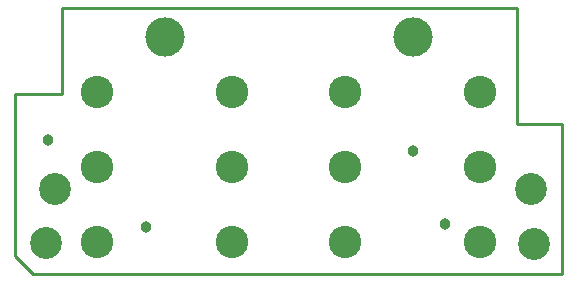
<source format=gts>
G04 EAGLE Gerber RS-274X export*
G75*
%MOMM*%
%FSLAX34Y34*%
%LPD*%
%INTop Solder Mask*%
%IPPOS*%
%AMOC8*
5,1,8,0,0,1.08239X$1,22.5*%
G01*
%ADD10C,2.743200*%
%ADD11C,3.327400*%
%ADD12C,0.965200*%
%ADD13C,2.703200*%
%ADD14C,0.254000*%


D10*
X623500Y437000D03*
X623500Y500500D03*
X623500Y564000D03*
X509454Y437000D03*
X509454Y500500D03*
X509454Y564000D03*
D11*
X566604Y610228D03*
D10*
X413600Y437300D03*
X413600Y500800D03*
X413600Y564300D03*
X299554Y437300D03*
X299554Y500800D03*
X299554Y564300D03*
D11*
X356704Y610528D03*
D12*
X340500Y449500D03*
X257500Y523000D03*
X593500Y452000D03*
X566500Y514000D03*
D13*
X667000Y481500D03*
X263500Y481500D03*
X669500Y435000D03*
X256250Y436250D03*
D14*
X230000Y425000D02*
X245000Y410000D01*
X693000Y410000D01*
X693000Y536500D01*
X655000Y536500D01*
X655000Y635000D01*
X270000Y635000D01*
X270000Y562500D01*
X230000Y562500D01*
X230000Y425000D01*
M02*

</source>
